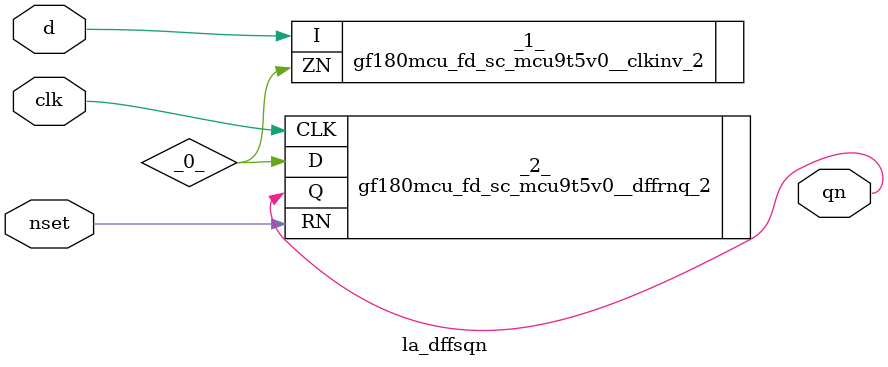
<source format=v>

/* Generated by Yosys 0.37 (git sha1 a5c7f69ed, clang 14.0.0-1ubuntu1.1 -fPIC -Os) */

module la_dffsqn(d, clk, nset, qn);
  wire _0_;
  input clk;
  wire clk;
  input d;
  wire d;
  input nset;
  wire nset;
  output qn;
  wire qn;
  gf180mcu_fd_sc_mcu9t5v0__clkinv_2 _1_ (
    .I(d),
    .ZN(_0_)
  );
  gf180mcu_fd_sc_mcu9t5v0__dffrnq_2 _2_ (
    .CLK(clk),
    .D(_0_),
    .Q(qn),
    .RN(nset)
  );
endmodule

</source>
